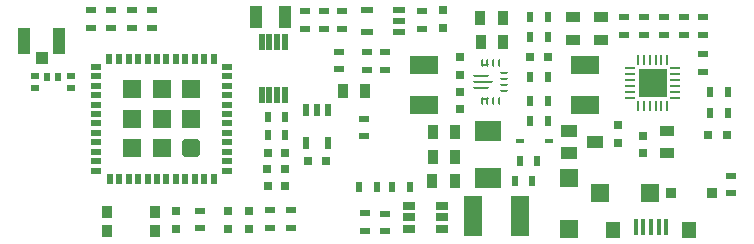
<source format=gtp>
G04*
G04 #@! TF.GenerationSoftware,Altium Limited,Altium Designer,19.0.14 (431)*
G04*
G04 Layer_Color=8421504*
%FSAX25Y25*%
%MOIN*%
G70*
G01*
G75*
%ADD19R,0.01929X0.03740*%
%ADD20R,0.03780X0.01968*%
%ADD21R,0.03740X0.01929*%
%ADD22R,0.03740X0.01929*%
%ADD23R,0.03150X0.03150*%
%ADD24R,0.03937X0.02756*%
%ADD25R,0.02362X0.03937*%
%ADD26R,0.03150X0.03150*%
%ADD27R,0.03937X0.02362*%
%ADD28R,0.02362X0.03543*%
%ADD29R,0.04134X0.08661*%
%ADD30R,0.03937X0.03937*%
%ADD31R,0.03543X0.02362*%
%ADD32R,0.05512X0.03937*%
%ADD33R,0.09449X0.06299*%
%ADD34R,0.05118X0.03543*%
%ADD35R,0.03543X0.05118*%
%ADD36O,0.03543X0.00984*%
%ADD37O,0.00984X0.03543*%
%ADD38R,0.09449X0.09449*%
%ADD39R,0.03543X0.03740*%
%ADD40R,0.06299X0.05906*%
%ADD41R,0.05906X0.06299*%
%ADD42R,0.02756X0.01772*%
G04:AMPARAMS|DCode=43|XSize=9.84mil|YSize=23.62mil|CornerRadius=2.46mil|HoleSize=0mil|Usage=FLASHONLY|Rotation=270.000|XOffset=0mil|YOffset=0mil|HoleType=Round|Shape=RoundedRectangle|*
%AMROUNDEDRECTD43*
21,1,0.00984,0.01870,0,0,270.0*
21,1,0.00492,0.02362,0,0,270.0*
1,1,0.00492,-0.00935,-0.00246*
1,1,0.00492,-0.00935,0.00246*
1,1,0.00492,0.00935,0.00246*
1,1,0.00492,0.00935,-0.00246*
%
%ADD43ROUNDEDRECTD43*%
G04:AMPARAMS|DCode=44|XSize=9.84mil|YSize=23.62mil|CornerRadius=2.46mil|HoleSize=0mil|Usage=FLASHONLY|Rotation=180.000|XOffset=0mil|YOffset=0mil|HoleType=Round|Shape=RoundedRectangle|*
%AMROUNDEDRECTD44*
21,1,0.00984,0.01870,0,0,180.0*
21,1,0.00492,0.02362,0,0,180.0*
1,1,0.00492,-0.00246,0.00935*
1,1,0.00492,0.00246,0.00935*
1,1,0.00492,0.00246,-0.00935*
1,1,0.00492,-0.00246,-0.00935*
%
%ADD44ROUNDEDRECTD44*%
G04:AMPARAMS|DCode=45|XSize=9.84mil|YSize=53.15mil|CornerRadius=2.46mil|HoleSize=0mil|Usage=FLASHONLY|Rotation=270.000|XOffset=0mil|YOffset=0mil|HoleType=Round|Shape=RoundedRectangle|*
%AMROUNDEDRECTD45*
21,1,0.00984,0.04823,0,0,270.0*
21,1,0.00492,0.05315,0,0,270.0*
1,1,0.00492,-0.02411,-0.00246*
1,1,0.00492,-0.02411,0.00246*
1,1,0.00492,0.02411,0.00246*
1,1,0.00492,0.02411,-0.00246*
%
%ADD45ROUNDEDRECTD45*%
G04:AMPARAMS|DCode=46|XSize=9.84mil|YSize=66.93mil|CornerRadius=2.46mil|HoleSize=0mil|Usage=FLASHONLY|Rotation=270.000|XOffset=0mil|YOffset=0mil|HoleType=Round|Shape=RoundedRectangle|*
%AMROUNDEDRECTD46*
21,1,0.00984,0.06201,0,0,270.0*
21,1,0.00492,0.06693,0,0,270.0*
1,1,0.00492,-0.03100,-0.00246*
1,1,0.00492,-0.03100,0.00246*
1,1,0.00492,0.03100,0.00246*
1,1,0.00492,0.03100,-0.00246*
%
%ADD46ROUNDEDRECTD46*%
G04:AMPARAMS|DCode=47|XSize=9.84mil|YSize=27.56mil|CornerRadius=2.46mil|HoleSize=0mil|Usage=FLASHONLY|Rotation=270.000|XOffset=0mil|YOffset=0mil|HoleType=Round|Shape=RoundedRectangle|*
%AMROUNDEDRECTD47*
21,1,0.00984,0.02264,0,0,270.0*
21,1,0.00492,0.02756,0,0,270.0*
1,1,0.00492,-0.01132,-0.00246*
1,1,0.00492,-0.01132,0.00246*
1,1,0.00492,0.01132,0.00246*
1,1,0.00492,0.01132,-0.00246*
%
%ADD47ROUNDEDRECTD47*%
%ADD48R,0.01968X0.05512*%
%ADD49R,0.04331X0.07480*%
%ADD50R,0.01575X0.05512*%
%ADD51R,0.04724X0.05512*%
%ADD52R,0.08504X0.07008*%
%ADD53R,0.06102X0.13583*%
%ADD54R,0.03543X0.03937*%
%ADD55R,0.02362X0.02520*%
%ADD56R,0.02520X0.02362*%
G04:AMPARAMS|DCode=57|XSize=59.06mil|YSize=59.06mil|CornerRadius=5.91mil|HoleSize=0mil|Usage=FLASHONLY|Rotation=180.000|XOffset=0mil|YOffset=0mil|HoleType=Round|Shape=RoundedRectangle|*
%AMROUNDEDRECTD57*
21,1,0.05906,0.04724,0,0,180.0*
21,1,0.04724,0.05906,0,0,180.0*
1,1,0.01181,-0.02362,0.02362*
1,1,0.01181,0.02362,0.02362*
1,1,0.01181,0.02362,-0.02362*
1,1,0.01181,-0.02362,-0.02362*
%
%ADD57ROUNDEDRECTD57*%
%ADD58R,0.05906X0.05906*%
D19*
X0139626Y0143161D02*
D03*
X0142815D02*
D03*
X0145965D02*
D03*
X0149114Y0143161D02*
D03*
X0152264Y0143161D02*
D03*
X0155413D02*
D03*
X0158563Y0143161D02*
D03*
X0161673Y0143161D02*
D03*
X0164823Y0143161D02*
D03*
X0167973Y0143161D02*
D03*
X0171122D02*
D03*
X0174311Y0143201D02*
D03*
X0139469Y0183201D02*
D03*
X0142776D02*
D03*
X0145965D02*
D03*
X0149114D02*
D03*
X0152264D02*
D03*
X0155413D02*
D03*
X0158563D02*
D03*
X0161713D02*
D03*
X0164823D02*
D03*
X0167972D02*
D03*
X0171161D02*
D03*
X0174311D02*
D03*
D20*
X0135197Y0180543D02*
D03*
Y0177394D02*
D03*
Y0174244D02*
D03*
Y0171095D02*
D03*
Y0167945D02*
D03*
Y0164795D02*
D03*
Y0161646D02*
D03*
Y0158496D02*
D03*
Y0155347D02*
D03*
Y0152197D02*
D03*
Y0149047D02*
D03*
Y0145898D02*
D03*
X0178740Y0145858D02*
D03*
D21*
X0178760Y0180524D02*
D03*
Y0177374D02*
D03*
X0178760Y0174224D02*
D03*
X0178760Y0171075D02*
D03*
Y0167925D02*
D03*
X0178760Y0164776D02*
D03*
X0178760Y0161626D02*
D03*
Y0158476D02*
D03*
X0178760Y0152177D02*
D03*
Y0148988D02*
D03*
D22*
X0178760Y0155327D02*
D03*
D23*
X0256555Y0177787D02*
D03*
Y0183693D02*
D03*
X0250827Y0193398D02*
D03*
Y0199303D02*
D03*
X0317441Y0151705D02*
D03*
Y0157610D02*
D03*
X0309173Y0155248D02*
D03*
Y0161153D02*
D03*
X0161890Y0126469D02*
D03*
Y0132374D02*
D03*
X0179114Y0132512D02*
D03*
Y0126606D02*
D03*
X0186063Y0132453D02*
D03*
Y0126547D02*
D03*
X0256555Y0166291D02*
D03*
Y0172197D02*
D03*
D24*
X0250295Y0134067D02*
D03*
Y0130327D02*
D03*
Y0126587D02*
D03*
X0239469D02*
D03*
X0239469Y0130327D02*
D03*
X0239469Y0134067D02*
D03*
D25*
X0212402Y0155150D02*
D03*
X0204921D02*
D03*
Y0165976D02*
D03*
X0208661D02*
D03*
X0212402D02*
D03*
D26*
X0205709Y0149146D02*
D03*
X0211614D02*
D03*
X0192224Y0146409D02*
D03*
X0198130D02*
D03*
X0192244Y0140917D02*
D03*
X0198150D02*
D03*
X0192244Y0151902D02*
D03*
X0198150D02*
D03*
X0345394Y0157807D02*
D03*
X0339094D02*
D03*
X0279842Y0183791D02*
D03*
X0285748D02*
D03*
D27*
X0225374Y0192020D02*
D03*
Y0199500D02*
D03*
X0236201D02*
D03*
Y0195760D02*
D03*
Y0192020D02*
D03*
D28*
X0274606Y0142413D02*
D03*
X0280512D02*
D03*
X0279842Y0162531D02*
D03*
X0285748D02*
D03*
X0345590Y0171980D02*
D03*
X0339685D02*
D03*
X0339685Y0165287D02*
D03*
X0345591D02*
D03*
X0285748Y0169224D02*
D03*
X0279842D02*
D03*
X0285748Y0177098D02*
D03*
X0279842D02*
D03*
X0276299Y0149146D02*
D03*
X0282205D02*
D03*
X0192244Y0163791D02*
D03*
X0198150Y0163791D02*
D03*
X0192244Y0157807D02*
D03*
X0198150D02*
D03*
X0228701Y0140602D02*
D03*
X0222795D02*
D03*
X0233780D02*
D03*
X0239685D02*
D03*
X0285748Y0197177D02*
D03*
X0279842D02*
D03*
X0285748Y0190484D02*
D03*
X0279842D02*
D03*
D29*
X0111122Y0189272D02*
D03*
X0122736D02*
D03*
D30*
X0116929Y0183366D02*
D03*
D31*
X0231457Y0185484D02*
D03*
Y0179579D02*
D03*
X0200236Y0132689D02*
D03*
Y0126784D02*
D03*
X0331221Y0191075D02*
D03*
Y0196980D02*
D03*
X0324528Y0196980D02*
D03*
Y0191075D02*
D03*
X0317835Y0191075D02*
D03*
Y0196980D02*
D03*
X0311142Y0191075D02*
D03*
Y0196980D02*
D03*
X0337520Y0191075D02*
D03*
Y0196980D02*
D03*
Y0178870D02*
D03*
Y0184776D02*
D03*
X0346575Y0144224D02*
D03*
Y0138319D02*
D03*
X0231535Y0131587D02*
D03*
Y0125681D02*
D03*
X0224685Y0125760D02*
D03*
Y0131665D02*
D03*
X0153740Y0193516D02*
D03*
Y0199421D02*
D03*
X0243701Y0193240D02*
D03*
Y0199146D02*
D03*
X0146968Y0199421D02*
D03*
Y0193516D02*
D03*
X0140197Y0199421D02*
D03*
Y0193516D02*
D03*
X0133425Y0199461D02*
D03*
Y0193555D02*
D03*
X0192992Y0132650D02*
D03*
Y0126744D02*
D03*
X0169882Y0126665D02*
D03*
Y0132571D02*
D03*
X0225315Y0185484D02*
D03*
Y0179579D02*
D03*
X0216142Y0179657D02*
D03*
Y0185563D02*
D03*
X0224567Y0163279D02*
D03*
Y0157374D02*
D03*
X0216929Y0199067D02*
D03*
Y0193161D02*
D03*
X0204882Y0193161D02*
D03*
Y0199067D02*
D03*
X0210906Y0199067D02*
D03*
Y0193161D02*
D03*
D32*
X0301299Y0155445D02*
D03*
X0292638Y0151705D02*
D03*
Y0159185D02*
D03*
D33*
X0298150Y0181035D02*
D03*
Y0167650D02*
D03*
X0244252Y0181272D02*
D03*
Y0167886D02*
D03*
D34*
X0303268Y0189500D02*
D03*
Y0196980D02*
D03*
X0294213Y0189500D02*
D03*
Y0196980D02*
D03*
X0325315Y0159185D02*
D03*
Y0151705D02*
D03*
D35*
X0270748Y0188909D02*
D03*
X0263268D02*
D03*
X0270669Y0196941D02*
D03*
X0263189D02*
D03*
X0247323Y0158634D02*
D03*
X0254803D02*
D03*
X0247284Y0150563D02*
D03*
X0254764D02*
D03*
X0247205Y0142492D02*
D03*
X0254685D02*
D03*
X0224764Y0172492D02*
D03*
X0217284D02*
D03*
D36*
X0328169Y0170209D02*
D03*
Y0172177D02*
D03*
Y0174146D02*
D03*
Y0176114D02*
D03*
Y0178083D02*
D03*
Y0180051D02*
D03*
X0313012D02*
D03*
Y0178083D02*
D03*
Y0176114D02*
D03*
Y0174146D02*
D03*
Y0172177D02*
D03*
Y0170209D02*
D03*
D37*
X0325512Y0182709D02*
D03*
X0323543D02*
D03*
X0321575D02*
D03*
X0319606D02*
D03*
X0317638D02*
D03*
X0315669D02*
D03*
Y0167551D02*
D03*
X0317638D02*
D03*
X0319606D02*
D03*
X0321575D02*
D03*
X0323543D02*
D03*
X0325512D02*
D03*
D38*
X0320591Y0175130D02*
D03*
D39*
X0326693Y0138516D02*
D03*
X0340472D02*
D03*
D40*
X0303169Y0138516D02*
D03*
X0319902D02*
D03*
D41*
X0292638Y0126606D02*
D03*
Y0143339D02*
D03*
D42*
X0276299Y0155839D02*
D03*
X0286142D02*
D03*
D43*
X0271073Y0172453D02*
D03*
Y0174421D02*
D03*
Y0176390D02*
D03*
Y0178358D02*
D03*
D44*
X0269498Y0181705D02*
D03*
X0267530D02*
D03*
X0265561D02*
D03*
X0263593D02*
D03*
Y0169106D02*
D03*
X0265561D02*
D03*
X0267530D02*
D03*
X0269498D02*
D03*
D45*
X0263494Y0177374D02*
D03*
Y0173437D02*
D03*
D46*
X0264183Y0175406D02*
D03*
D47*
X0264577Y0169795D02*
D03*
Y0181016D02*
D03*
D48*
X0197973Y0188909D02*
D03*
X0195413D02*
D03*
X0192854D02*
D03*
X0190295D02*
D03*
X0197973Y0171193D02*
D03*
X0195413D02*
D03*
X0192854D02*
D03*
X0190295D02*
D03*
D49*
X0198189Y0197177D02*
D03*
X0188347D02*
D03*
D50*
X0317520Y0127039D02*
D03*
X0320079D02*
D03*
X0325197D02*
D03*
X0322638D02*
D03*
X0314961D02*
D03*
D51*
X0332677Y0126154D02*
D03*
X0307480D02*
D03*
D52*
X0265787Y0143437D02*
D03*
Y0159185D02*
D03*
D53*
X0276378Y0130642D02*
D03*
X0260630D02*
D03*
D54*
X0154764Y0132138D02*
D03*
X0138622D02*
D03*
Y0125839D02*
D03*
X0154764D02*
D03*
D55*
X0118740Y0177216D02*
D03*
X0122520D02*
D03*
D56*
X0126732Y0177335D02*
D03*
Y0173555D02*
D03*
X0114724Y0177335D02*
D03*
Y0173555D02*
D03*
D57*
X0166803Y0153358D02*
D03*
D58*
X0156961Y0153358D02*
D03*
X0147118Y0153358D02*
D03*
X0166803Y0163201D02*
D03*
X0156961D02*
D03*
X0147118D02*
D03*
X0166902Y0173043D02*
D03*
X0156961D02*
D03*
X0147118D02*
D03*
M02*

</source>
